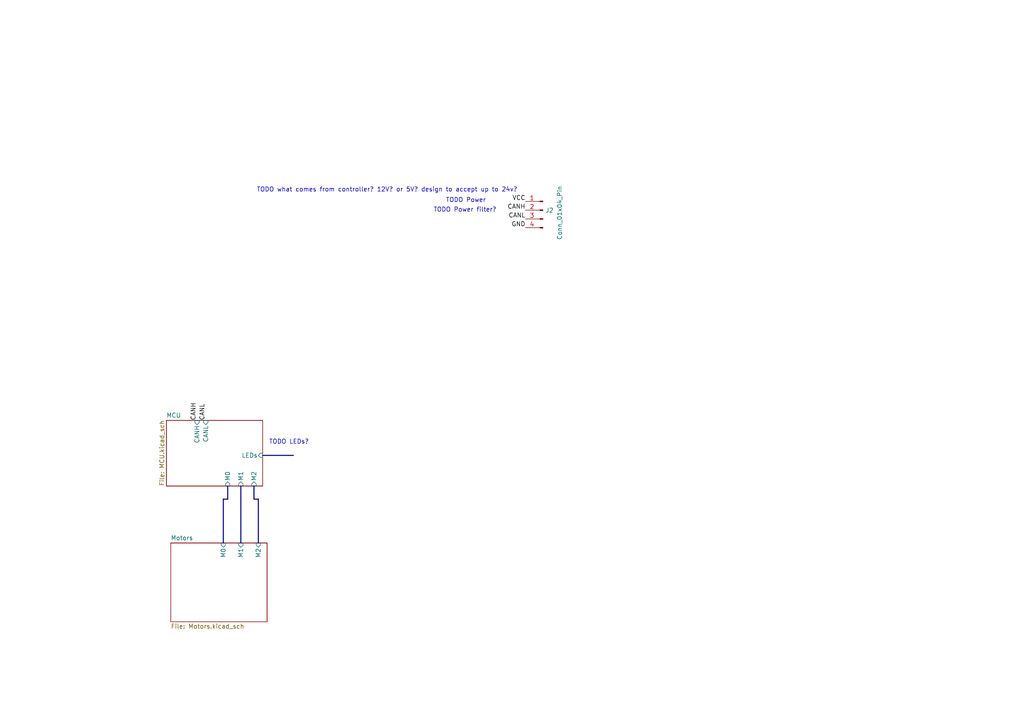
<source format=kicad_sch>
(kicad_sch
	(version 20231120)
	(generator "eeschema")
	(generator_version "8.0")
	(uuid "1011cb81-baf2-4a82-93dd-e89e67a76dd8")
	(paper "A4")
	(lib_symbols
		(symbol "Connector:Conn_01x04_Pin"
			(pin_names
				(offset 1.016) hide)
			(exclude_from_sim no)
			(in_bom yes)
			(on_board yes)
			(property "Reference" "J"
				(at 0 5.08 0)
				(effects
					(font
						(size 1.27 1.27)
					)
				)
			)
			(property "Value" "Conn_01x04_Pin"
				(at 0 -7.62 0)
				(effects
					(font
						(size 1.27 1.27)
					)
				)
			)
			(property "Footprint" ""
				(at 0 0 0)
				(effects
					(font
						(size 1.27 1.27)
					)
					(hide yes)
				)
			)
			(property "Datasheet" "~"
				(at 0 0 0)
				(effects
					(font
						(size 1.27 1.27)
					)
					(hide yes)
				)
			)
			(property "Description" "Generic connector, single row, 01x04, script generated"
				(at 0 0 0)
				(effects
					(font
						(size 1.27 1.27)
					)
					(hide yes)
				)
			)
			(property "ki_locked" ""
				(at 0 0 0)
				(effects
					(font
						(size 1.27 1.27)
					)
				)
			)
			(property "ki_keywords" "connector"
				(at 0 0 0)
				(effects
					(font
						(size 1.27 1.27)
					)
					(hide yes)
				)
			)
			(property "ki_fp_filters" "Connector*:*_1x??_*"
				(at 0 0 0)
				(effects
					(font
						(size 1.27 1.27)
					)
					(hide yes)
				)
			)
			(symbol "Conn_01x04_Pin_1_1"
				(polyline
					(pts
						(xy 1.27 -5.08) (xy 0.8636 -5.08)
					)
					(stroke
						(width 0.1524)
						(type default)
					)
					(fill
						(type none)
					)
				)
				(polyline
					(pts
						(xy 1.27 -2.54) (xy 0.8636 -2.54)
					)
					(stroke
						(width 0.1524)
						(type default)
					)
					(fill
						(type none)
					)
				)
				(polyline
					(pts
						(xy 1.27 0) (xy 0.8636 0)
					)
					(stroke
						(width 0.1524)
						(type default)
					)
					(fill
						(type none)
					)
				)
				(polyline
					(pts
						(xy 1.27 2.54) (xy 0.8636 2.54)
					)
					(stroke
						(width 0.1524)
						(type default)
					)
					(fill
						(type none)
					)
				)
				(rectangle
					(start 0.8636 -4.953)
					(end 0 -5.207)
					(stroke
						(width 0.1524)
						(type default)
					)
					(fill
						(type outline)
					)
				)
				(rectangle
					(start 0.8636 -2.413)
					(end 0 -2.667)
					(stroke
						(width 0.1524)
						(type default)
					)
					(fill
						(type outline)
					)
				)
				(rectangle
					(start 0.8636 0.127)
					(end 0 -0.127)
					(stroke
						(width 0.1524)
						(type default)
					)
					(fill
						(type outline)
					)
				)
				(rectangle
					(start 0.8636 2.667)
					(end 0 2.413)
					(stroke
						(width 0.1524)
						(type default)
					)
					(fill
						(type outline)
					)
				)
				(pin passive line
					(at 5.08 2.54 180)
					(length 3.81)
					(name "Pin_1"
						(effects
							(font
								(size 1.27 1.27)
							)
						)
					)
					(number "1"
						(effects
							(font
								(size 1.27 1.27)
							)
						)
					)
				)
				(pin passive line
					(at 5.08 0 180)
					(length 3.81)
					(name "Pin_2"
						(effects
							(font
								(size 1.27 1.27)
							)
						)
					)
					(number "2"
						(effects
							(font
								(size 1.27 1.27)
							)
						)
					)
				)
				(pin passive line
					(at 5.08 -2.54 180)
					(length 3.81)
					(name "Pin_3"
						(effects
							(font
								(size 1.27 1.27)
							)
						)
					)
					(number "3"
						(effects
							(font
								(size 1.27 1.27)
							)
						)
					)
				)
				(pin passive line
					(at 5.08 -5.08 180)
					(length 3.81)
					(name "Pin_4"
						(effects
							(font
								(size 1.27 1.27)
							)
						)
					)
					(number "4"
						(effects
							(font
								(size 1.27 1.27)
							)
						)
					)
				)
			)
		)
	)
	(bus
		(pts
			(xy 66.04 144.78) (xy 66.04 140.97)
		)
		(stroke
			(width 0)
			(type default)
		)
		(uuid "0894d337-d919-45cc-b609-5f9f1def0e56")
	)
	(bus
		(pts
			(xy 64.77 144.78) (xy 66.04 144.78)
		)
		(stroke
			(width 0)
			(type default)
		)
		(uuid "3a5854e3-ac58-41db-bd72-60e1011365e1")
	)
	(bus
		(pts
			(xy 76.2 132.08) (xy 85.09 132.08)
		)
		(stroke
			(width 0)
			(type default)
		)
		(uuid "71ce91e1-0fe6-4fcf-a133-081815f2e786")
	)
	(bus
		(pts
			(xy 69.85 140.97) (xy 69.85 157.48)
		)
		(stroke
			(width 0)
			(type default)
		)
		(uuid "75dcb571-8969-4aca-8a6a-ca3fb0b30558")
	)
	(bus
		(pts
			(xy 73.66 144.78) (xy 73.66 140.97)
		)
		(stroke
			(width 0)
			(type default)
		)
		(uuid "75e3ce5f-8adc-4f87-aca6-c6af0db315fb")
	)
	(bus
		(pts
			(xy 74.93 157.48) (xy 74.93 144.78)
		)
		(stroke
			(width 0)
			(type default)
		)
		(uuid "97535729-7240-4696-9b62-d3177b55dca5")
	)
	(bus
		(pts
			(xy 74.93 144.78) (xy 73.66 144.78)
		)
		(stroke
			(width 0)
			(type default)
		)
		(uuid "a46da64a-d885-45a8-b7f0-8d5aedec645a")
	)
	(bus
		(pts
			(xy 64.77 157.48) (xy 64.77 144.78)
		)
		(stroke
			(width 0)
			(type default)
		)
		(uuid "e96d528e-b831-4a62-a642-8409be1f13b7")
	)
	(text "TODO what comes from controller? 12V? or 5V? design to accept up to 24v?"
		(exclude_from_sim no)
		(at 112.268 55.118 0)
		(effects
			(font
				(size 1.27 1.27)
			)
		)
		(uuid "a519b22d-88f1-496d-97f7-f047cec97626")
	)
	(text "TODO LEDs?"
		(exclude_from_sim no)
		(at 83.82 128.27 0)
		(effects
			(font
				(size 1.27 1.27)
			)
		)
		(uuid "e287bd61-666d-48de-bfcf-afca4ed8879f")
	)
	(text "TODO Power"
		(exclude_from_sim no)
		(at 135.128 58.166 0)
		(effects
			(font
				(size 1.27 1.27)
			)
		)
		(uuid "e6b1ef1b-4657-4816-9424-6e148b77054d")
	)
	(text "TODO Power filter?"
		(exclude_from_sim no)
		(at 134.874 60.96 0)
		(effects
			(font
				(size 1.27 1.27)
			)
		)
		(uuid "f4b1093e-412b-4c64-81c2-07ee43fd06b3")
	)
	(label "CANH"
		(at 57.15 121.92 90)
		(fields_autoplaced yes)
		(effects
			(font
				(size 1.27 1.27)
			)
			(justify left bottom)
		)
		(uuid "5d7043b0-eb30-450a-9c18-12de9aaa0760")
	)
	(label "CANH"
		(at 152.4 60.96 180)
		(fields_autoplaced yes)
		(effects
			(font
				(size 1.27 1.27)
			)
			(justify right bottom)
		)
		(uuid "7adaa0b1-29fa-4788-b423-81e6c8c11eaa")
	)
	(label "CANL"
		(at 59.69 121.92 90)
		(fields_autoplaced yes)
		(effects
			(font
				(size 1.27 1.27)
			)
			(justify left bottom)
		)
		(uuid "85eb2789-4e00-4f1a-be9a-31a1dba6aa6a")
	)
	(label "GND"
		(at 152.4 66.04 180)
		(fields_autoplaced yes)
		(effects
			(font
				(size 1.27 1.27)
			)
			(justify right bottom)
		)
		(uuid "8ae71e7a-e93f-4fd3-9a97-d17f8decbaf7")
	)
	(label "VCC"
		(at 152.4 58.42 180)
		(fields_autoplaced yes)
		(effects
			(font
				(size 1.27 1.27)
			)
			(justify right bottom)
		)
		(uuid "96089649-1700-4fd4-be02-48ba9908c177")
	)
	(label "CANL"
		(at 152.4 63.5 180)
		(fields_autoplaced yes)
		(effects
			(font
				(size 1.27 1.27)
			)
			(justify right bottom)
		)
		(uuid "f2805589-c861-4d85-9e9c-0681b73bc523")
	)
	(symbol
		(lib_id "Connector:Conn_01x04_Pin")
		(at 157.48 60.96 0)
		(mirror y)
		(unit 1)
		(exclude_from_sim no)
		(in_bom yes)
		(on_board yes)
		(dnp no)
		(uuid "ec82a024-2932-4725-8804-a609d2bf8a4d")
		(property "Reference" "J2"
			(at 158.1912 61.0178 0)
			(effects
				(font
					(size 1.27 1.27)
				)
				(justify right)
			)
		)
		(property "Value" "Conn_01x04_Pin"
			(at 162.306 53.848 90)
			(effects
				(font
					(size 1.27 1.27)
				)
				(justify right)
			)
		)
		(property "Footprint" ""
			(at 157.48 60.96 0)
			(effects
				(font
					(size 1.27 1.27)
				)
				(hide yes)
			)
		)
		(property "Datasheet" "~"
			(at 157.48 60.96 0)
			(effects
				(font
					(size 1.27 1.27)
				)
				(hide yes)
			)
		)
		(property "Description" "Generic connector, single row, 01x04, script generated"
			(at 157.48 60.96 0)
			(effects
				(font
					(size 1.27 1.27)
				)
				(hide yes)
			)
		)
		(pin "3"
			(uuid "d48159bb-0038-4896-bd44-ad29d056b5f7")
		)
		(pin "1"
			(uuid "7e9f037e-2884-4943-9ca2-39888aa1a336")
		)
		(pin "2"
			(uuid "5e99bd92-b8e5-4e9a-a926-05f8eb47050e")
		)
		(pin "4"
			(uuid "70ab9d01-40e1-4c41-9302-1726da0fc887")
		)
		(instances
			(project ""
				(path "/1011cb81-baf2-4a82-93dd-e89e67a76dd8"
					(reference "J2")
					(unit 1)
				)
			)
		)
	)
	(sheet
		(at 48.26 121.92)
		(size 27.94 19.05)
		(stroke
			(width 0.1524)
			(type solid)
		)
		(fill
			(color 0 0 0 0.0000)
		)
		(uuid "35da2878-5cb4-4f64-8446-b7adc3d3bd92")
		(property "Sheetname" "MCU"
			(at 48.26 121.2084 0)
			(effects
				(font
					(size 1.27 1.27)
				)
				(justify left bottom)
			)
		)
		(property "Sheetfile" "MCU.kicad_sch"
			(at 46.228 140.97 90)
			(effects
				(font
					(size 1.27 1.27)
				)
				(justify left top)
			)
		)
		(pin "M1" input
			(at 69.85 140.97 270)
			(effects
				(font
					(size 1.27 1.27)
				)
				(justify left)
			)
			(uuid "25226f8e-bb72-4ee8-83b3-fd0998fbeb3e")
		)
		(pin "M2" input
			(at 73.66 140.97 270)
			(effects
				(font
					(size 1.27 1.27)
				)
				(justify left)
			)
			(uuid "57589760-9d23-4ae4-bf9c-b8a270c32169")
		)
		(pin "M0" input
			(at 66.04 140.97 270)
			(effects
				(font
					(size 1.27 1.27)
				)
				(justify left)
			)
			(uuid "73c32ad0-fd6c-496f-b75f-b2c395948e11")
		)
		(pin "LEDs" input
			(at 76.2 132.08 0)
			(effects
				(font
					(size 1.27 1.27)
				)
				(justify right)
			)
			(uuid "8de6060a-4fd0-4361-9d57-0904ce887fde")
		)
		(pin "CANH" input
			(at 57.15 121.92 90)
			(effects
				(font
					(size 1.27 1.27)
				)
				(justify right)
			)
			(uuid "19a2088c-b55b-442e-a9e7-e0be0385f72d")
		)
		(pin "CANL" input
			(at 59.69 121.92 90)
			(effects
				(font
					(size 1.27 1.27)
				)
				(justify right)
			)
			(uuid "709ecddc-f9fb-4d82-b398-f7829d10961c")
		)
		(instances
			(project "TestBed1"
				(path "/1011cb81-baf2-4a82-93dd-e89e67a76dd8"
					(page "3")
				)
			)
		)
	)
	(sheet
		(at 49.53 157.48)
		(size 27.94 22.86)
		(fields_autoplaced yes)
		(stroke
			(width 0.1524)
			(type solid)
		)
		(fill
			(color 0 0 0 0.0000)
		)
		(uuid "3e1a2d22-c802-4fa6-bd70-fd5351562ec0")
		(property "Sheetname" "Motors"
			(at 49.53 156.7684 0)
			(effects
				(font
					(size 1.27 1.27)
				)
				(justify left bottom)
			)
		)
		(property "Sheetfile" "Motors.kicad_sch"
			(at 49.53 180.9246 0)
			(effects
				(font
					(size 1.27 1.27)
				)
				(justify left top)
			)
		)
		(pin "M0" input
			(at 64.77 157.48 90)
			(effects
				(font
					(size 1.27 1.27)
				)
				(justify right)
			)
			(uuid "e60ef6fb-4600-4805-8eb0-a0e40be9d63c")
		)
		(pin "M1" input
			(at 69.85 157.48 90)
			(effects
				(font
					(size 1.27 1.27)
				)
				(justify right)
			)
			(uuid "ae6c44e8-41e1-49bf-ad74-1edb5d95bdfe")
		)
		(pin "M2" input
			(at 74.93 157.48 90)
			(effects
				(font
					(size 1.27 1.27)
				)
				(justify right)
			)
			(uuid "058095e4-ff67-4303-9738-287a128439a8")
		)
		(instances
			(project "TestBed1"
				(path "/1011cb81-baf2-4a82-93dd-e89e67a76dd8"
					(page "2")
				)
			)
		)
	)
	(sheet_instances
		(path "/"
			(page "1")
		)
	)
)

</source>
